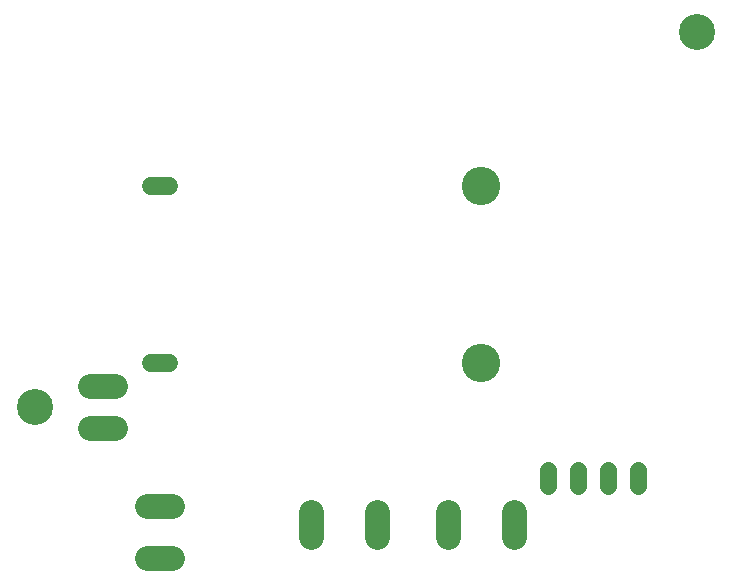
<source format=gbr>
G04 EAGLE Gerber RS-274X export*
G75*
%MOMM*%
%FSLAX34Y34*%
%LPD*%
%INSoldermask Bottom*%
%IPPOS*%
%AMOC8*
5,1,8,0,0,1.08239X$1,22.5*%
G01*
%ADD10C,3.050800*%
%ADD11C,3.250800*%
%ADD12C,1.558800*%
%ADD13C,2.150800*%
%ADD14C,1.458800*%


D10*
X605000Y462000D03*
X45000Y144000D03*
D11*
X422000Y181050D03*
X422000Y330950D03*
D12*
X157890Y181050D02*
X142810Y181050D01*
X142810Y330950D02*
X157890Y330950D01*
D13*
X394000Y55500D02*
X394000Y34500D01*
X450000Y34500D02*
X450000Y55500D01*
D14*
X479000Y76960D02*
X479000Y91040D01*
X504400Y91040D02*
X504400Y76960D01*
X555000Y76960D02*
X555000Y91040D01*
X529600Y91040D02*
X529600Y76960D01*
D13*
X112500Y126000D02*
X91500Y126000D01*
X91500Y162000D02*
X112500Y162000D01*
X139500Y60000D02*
X160500Y60000D01*
X160500Y16000D02*
X139500Y16000D01*
X278000Y34500D02*
X278000Y55500D01*
X334000Y55500D02*
X334000Y34500D01*
M02*

</source>
